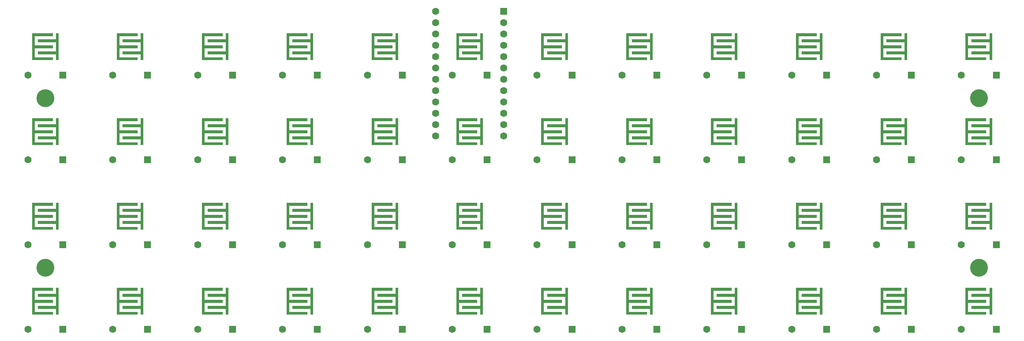
<source format=gts>
%TF.GenerationSoftware,KiCad,Pcbnew,6.0.3-a3aad9c10e~116~ubuntu21.10.1*%
%TF.CreationDate,2022-03-19T20:14:59+00:00*%
%TF.ProjectId,PCB,5043422e-6b69-4636-9164-5f7063625858,rev?*%
%TF.SameCoordinates,Original*%
%TF.FileFunction,Soldermask,Top*%
%TF.FilePolarity,Negative*%
%FSLAX46Y46*%
G04 Gerber Fmt 4.6, Leading zero omitted, Abs format (unit mm)*
G04 Created by KiCad (PCBNEW 6.0.3-a3aad9c10e~116~ubuntu21.10.1) date 2022-03-19 20:14:59*
%MOMM*%
%LPD*%
G01*
G04 APERTURE LIST*
G04 Aperture macros list*
%AMFreePoly0*
4,1,13,0.125000,-3.005789,-0.543421,-3.005789,-0.543421,-1.668947,-4.553947,-1.668947,-4.553947,-1.000526,-0.543421,-1.000526,-0.543421,1.004737,-4.553947,1.004737,-4.553947,1.673158,-0.543421,1.673158,-0.543421,3.010000,0.125000,3.010000,0.125000,-3.005789,0.125000,-3.005789,$1*%
%AMFreePoly1*
4,1,13,4.553947,2.341579,0.543421,2.341579,0.543421,0.336316,4.553947,0.336316,4.553947,-0.332105,0.543421,-0.332105,0.543421,-2.337368,4.553947,-2.337368,4.553947,-3.005789,-0.125000,-3.005789,-0.125000,3.010000,4.553947,3.010000,4.553947,2.341579,4.553947,2.341579,$1*%
G04 Aperture macros list end*
%ADD10C,4.000000*%
%ADD11FreePoly0,0.000000*%
%ADD12FreePoly1,0.000000*%
%ADD13R,1.600000X1.600000*%
%ADD14C,1.600000*%
G04 APERTURE END LIST*
D10*
%TO.C,HOLE_M3*%
X255020000Y-82440000D03*
%TD*%
D11*
%TO.C,K2*%
X67902474Y-70942106D03*
D12*
X62137527Y-70942106D03*
%TD*%
D11*
%TO.C,K40*%
X105902474Y-127942106D03*
D12*
X100137527Y-127942106D03*
%TD*%
D11*
%TO.C,K42*%
X143902474Y-127942106D03*
D12*
X138137527Y-127942106D03*
%TD*%
D11*
%TO.C,K35*%
X238902474Y-108942106D03*
D12*
X233137527Y-108942106D03*
%TD*%
D10*
%TO.C,HOLE_M3*%
X46020000Y-120440000D03*
%TD*%
D11*
%TO.C,K25*%
X48902474Y-108942106D03*
D12*
X43137527Y-108942106D03*
%TD*%
D11*
%TO.C,K32*%
X181902474Y-108942106D03*
D12*
X176137527Y-108942106D03*
%TD*%
D11*
%TO.C,K27*%
X86902474Y-108942106D03*
D12*
X81137527Y-108942106D03*
%TD*%
D11*
%TO.C,K12*%
X257902474Y-70942106D03*
D12*
X252137527Y-70942106D03*
%TD*%
D11*
%TO.C,K5*%
X124902474Y-70942106D03*
D12*
X119137527Y-70942106D03*
%TD*%
D11*
%TO.C,K7*%
X162902474Y-70942106D03*
D12*
X157137527Y-70942106D03*
%TD*%
D11*
%TO.C,K17*%
X124902474Y-89942106D03*
D12*
X119137527Y-89942106D03*
%TD*%
D11*
%TO.C,K19*%
X162902474Y-89942106D03*
D12*
X157137527Y-89942106D03*
%TD*%
D11*
%TO.C,K4*%
X105902474Y-70942106D03*
D12*
X100137527Y-70942106D03*
%TD*%
D11*
%TO.C,K23*%
X238902474Y-89942106D03*
D12*
X233137527Y-89942106D03*
%TD*%
D11*
%TO.C,K43*%
X162902474Y-127942106D03*
D12*
X157137527Y-127942106D03*
%TD*%
D11*
%TO.C,K10*%
X219902474Y-70942106D03*
D12*
X214137527Y-70942106D03*
%TD*%
D11*
%TO.C,K1*%
X48902474Y-70942106D03*
D12*
X43137527Y-70942106D03*
%TD*%
D11*
%TO.C,K44*%
X181902474Y-127942106D03*
D12*
X176137527Y-127942106D03*
%TD*%
D11*
%TO.C,K18*%
X143902474Y-89942106D03*
D12*
X138137527Y-89942106D03*
%TD*%
D11*
%TO.C,K24*%
X257902474Y-89942106D03*
D12*
X252137527Y-89942106D03*
%TD*%
D11*
%TO.C,K22*%
X219902474Y-89942106D03*
D12*
X214137527Y-89942106D03*
%TD*%
D11*
%TO.C,K46*%
X219902474Y-127942106D03*
D12*
X214137527Y-127942106D03*
%TD*%
D11*
%TO.C,K28*%
X105902474Y-108942106D03*
D12*
X100137527Y-108942106D03*
%TD*%
D11*
%TO.C,K3*%
X86902474Y-70942106D03*
D12*
X81137527Y-70942106D03*
%TD*%
D11*
%TO.C,K9*%
X200902474Y-70942106D03*
D12*
X195137527Y-70942106D03*
%TD*%
D11*
%TO.C,K8*%
X181902474Y-70942106D03*
D12*
X176137527Y-70942106D03*
%TD*%
D11*
%TO.C,K21*%
X200902474Y-89942106D03*
D12*
X195137527Y-89942106D03*
%TD*%
D11*
%TO.C,K29*%
X124902474Y-108942106D03*
D12*
X119137527Y-108942106D03*
%TD*%
D11*
%TO.C,K14*%
X67902474Y-89942106D03*
D12*
X62137527Y-89942106D03*
%TD*%
D11*
%TO.C,K39*%
X86902474Y-127942106D03*
D12*
X81137527Y-127942106D03*
%TD*%
D11*
%TO.C,K6*%
X143902474Y-70942106D03*
D12*
X138137527Y-70942106D03*
%TD*%
D11*
%TO.C,K45*%
X200902474Y-127942106D03*
D12*
X195137527Y-127942106D03*
%TD*%
D11*
%TO.C,K31*%
X162902474Y-108942106D03*
D12*
X157137527Y-108942106D03*
%TD*%
D11*
%TO.C,K26*%
X67902474Y-108942106D03*
D12*
X62137527Y-108942106D03*
%TD*%
D10*
%TO.C,HOLE_M3*%
X46020000Y-82440000D03*
%TD*%
D11*
%TO.C,K15*%
X86902474Y-89942106D03*
D12*
X81137527Y-89942106D03*
%TD*%
D11*
%TO.C,K36*%
X257902474Y-108942106D03*
D12*
X252137527Y-108942106D03*
%TD*%
D11*
%TO.C,K30*%
X143902474Y-108942106D03*
D12*
X138137527Y-108942106D03*
%TD*%
D11*
%TO.C,K34*%
X219902474Y-108942106D03*
D12*
X214137527Y-108942106D03*
%TD*%
D11*
%TO.C,K48*%
X257902474Y-127942106D03*
D12*
X252137527Y-127942106D03*
%TD*%
D10*
%TO.C,HOLE_M3*%
X255020000Y-120440000D03*
%TD*%
D11*
%TO.C,K11*%
X238902474Y-70942106D03*
D12*
X233137527Y-70942106D03*
%TD*%
D11*
%TO.C,K20*%
X181902474Y-89942106D03*
D12*
X176137527Y-89942106D03*
%TD*%
D11*
%TO.C,K33*%
X200902474Y-108942106D03*
D12*
X195137527Y-108942106D03*
%TD*%
D11*
%TO.C,K41*%
X124902474Y-127942106D03*
D12*
X119137527Y-127942106D03*
%TD*%
D11*
%TO.C,K47*%
X238902474Y-127942106D03*
D12*
X233137527Y-127942106D03*
%TD*%
D11*
%TO.C,K37*%
X48902474Y-127942106D03*
D12*
X43137527Y-127942106D03*
%TD*%
D11*
%TO.C,K16*%
X105902474Y-89942106D03*
D12*
X100137527Y-89942106D03*
%TD*%
D11*
%TO.C,K38*%
X67902474Y-127942106D03*
D12*
X62137527Y-127942106D03*
%TD*%
D11*
%TO.C,K13*%
X48902474Y-89942106D03*
D12*
X43137527Y-89942106D03*
%TD*%
D13*
%TO.C,Pro-Micro1*%
X148640000Y-62975000D03*
D14*
X148640000Y-65515000D03*
X148640000Y-68055000D03*
X148640000Y-70595000D03*
X148640000Y-73135000D03*
X148640000Y-75675000D03*
X148640000Y-78215000D03*
X148640000Y-80755000D03*
X148640000Y-83295000D03*
X148640000Y-85835000D03*
X148640000Y-88375000D03*
X148640000Y-90915000D03*
X133400000Y-90915000D03*
X133400000Y-88375000D03*
X133400000Y-85835000D03*
X133400000Y-83295000D03*
X133400000Y-80755000D03*
X133400000Y-78215000D03*
X133400000Y-75675000D03*
X133400000Y-73135000D03*
X133400000Y-70595000D03*
X133400000Y-68055000D03*
X133400000Y-65515000D03*
X133400000Y-62975000D03*
%TD*%
D13*
%TO.C,D39*%
X87920000Y-134240000D03*
D14*
X80120000Y-134240000D03*
%TD*%
D13*
%TO.C,D26*%
X68920000Y-115240000D03*
D14*
X61120000Y-115240000D03*
%TD*%
D13*
%TO.C,D11*%
X239920000Y-77240000D03*
D14*
X232120000Y-77240000D03*
%TD*%
D13*
%TO.C,D18*%
X144920000Y-96240000D03*
D14*
X137120000Y-96240000D03*
%TD*%
D13*
%TO.C,D10*%
X220920000Y-77240000D03*
D14*
X213120000Y-77240000D03*
%TD*%
D13*
%TO.C,D23*%
X239920000Y-96240000D03*
D14*
X232120000Y-96240000D03*
%TD*%
D13*
%TO.C,D28*%
X106920000Y-115240000D03*
D14*
X99120000Y-115240000D03*
%TD*%
D13*
%TO.C,D7*%
X163920000Y-77240000D03*
D14*
X156120000Y-77240000D03*
%TD*%
D13*
%TO.C,D37*%
X49920000Y-134240000D03*
D14*
X42120000Y-134240000D03*
%TD*%
D13*
%TO.C,D1*%
X49920000Y-77240000D03*
D14*
X42120000Y-77240000D03*
%TD*%
D13*
%TO.C,D48*%
X258920000Y-134240000D03*
D14*
X251120000Y-134240000D03*
%TD*%
D13*
%TO.C,D47*%
X239920000Y-134240000D03*
D14*
X232120000Y-134240000D03*
%TD*%
D13*
%TO.C,D21*%
X201920000Y-96240000D03*
D14*
X194120000Y-96240000D03*
%TD*%
D13*
%TO.C,D6*%
X144920000Y-77240000D03*
D14*
X137120000Y-77240000D03*
%TD*%
D13*
%TO.C,D31*%
X163920000Y-115240000D03*
D14*
X156120000Y-115240000D03*
%TD*%
D13*
%TO.C,D4*%
X106920000Y-77240000D03*
D14*
X99120000Y-77240000D03*
%TD*%
D13*
%TO.C,D36*%
X258920000Y-115240000D03*
D14*
X251120000Y-115240000D03*
%TD*%
D13*
%TO.C,D14*%
X68920000Y-96240000D03*
D14*
X61120000Y-96240000D03*
%TD*%
D13*
%TO.C,D29*%
X125920000Y-115240000D03*
D14*
X118120000Y-115240000D03*
%TD*%
D13*
%TO.C,D42*%
X144920000Y-134240000D03*
D14*
X137120000Y-134240000D03*
%TD*%
D13*
%TO.C,D41*%
X125920000Y-134240000D03*
D14*
X118120000Y-134240000D03*
%TD*%
D13*
%TO.C,D40*%
X106920000Y-134240000D03*
D14*
X99120000Y-134240000D03*
%TD*%
D13*
%TO.C,D8*%
X182920000Y-77240000D03*
D14*
X175120000Y-77240000D03*
%TD*%
D13*
%TO.C,D17*%
X125920000Y-96240000D03*
D14*
X118120000Y-96240000D03*
%TD*%
D13*
%TO.C,D2*%
X68920000Y-77240000D03*
D14*
X61120000Y-77240000D03*
%TD*%
D13*
%TO.C,D24*%
X258920000Y-96240000D03*
D14*
X251120000Y-96240000D03*
%TD*%
D13*
%TO.C,D9*%
X201920000Y-77240000D03*
D14*
X194120000Y-77240000D03*
%TD*%
D13*
%TO.C,D12*%
X258920000Y-77240000D03*
D14*
X251120000Y-77240000D03*
%TD*%
D13*
%TO.C,D13*%
X49920000Y-96240000D03*
D14*
X42120000Y-96240000D03*
%TD*%
D13*
%TO.C,D5*%
X125920000Y-77240000D03*
D14*
X118120000Y-77240000D03*
%TD*%
D13*
%TO.C,D33*%
X201920000Y-115240000D03*
D14*
X194120000Y-115240000D03*
%TD*%
D13*
%TO.C,D30*%
X144920000Y-115240000D03*
D14*
X137120000Y-115240000D03*
%TD*%
D13*
%TO.C,D27*%
X87920000Y-115240000D03*
D14*
X80120000Y-115240000D03*
%TD*%
D13*
%TO.C,D25*%
X49920000Y-115240000D03*
D14*
X42120000Y-115240000D03*
%TD*%
D13*
%TO.C,D45*%
X201920000Y-134240000D03*
D14*
X194120000Y-134240000D03*
%TD*%
D13*
%TO.C,D20*%
X182920000Y-96240000D03*
D14*
X175120000Y-96240000D03*
%TD*%
D13*
%TO.C,D38*%
X68920000Y-134240000D03*
D14*
X61120000Y-134240000D03*
%TD*%
D13*
%TO.C,D43*%
X163920000Y-134240000D03*
D14*
X156120000Y-134240000D03*
%TD*%
D13*
%TO.C,D44*%
X182920000Y-134240000D03*
D14*
X175120000Y-134240000D03*
%TD*%
D13*
%TO.C,D32*%
X182920000Y-115240000D03*
D14*
X175120000Y-115240000D03*
%TD*%
D13*
%TO.C,D22*%
X220920000Y-96240000D03*
D14*
X213120000Y-96240000D03*
%TD*%
D13*
%TO.C,D3*%
X87920000Y-77240000D03*
D14*
X80120000Y-77240000D03*
%TD*%
D13*
%TO.C,D15*%
X87920000Y-96240000D03*
D14*
X80120000Y-96240000D03*
%TD*%
D13*
%TO.C,D46*%
X220920000Y-134240000D03*
D14*
X213120000Y-134240000D03*
%TD*%
D13*
%TO.C,D16*%
X106920000Y-96240000D03*
D14*
X99120000Y-96240000D03*
%TD*%
D13*
%TO.C,D35*%
X239920000Y-115240000D03*
D14*
X232120000Y-115240000D03*
%TD*%
D13*
%TO.C,D34*%
X220920000Y-115240000D03*
D14*
X213120000Y-115240000D03*
%TD*%
D13*
%TO.C,D19*%
X163920000Y-96240000D03*
D14*
X156120000Y-96240000D03*
%TD*%
M02*

</source>
